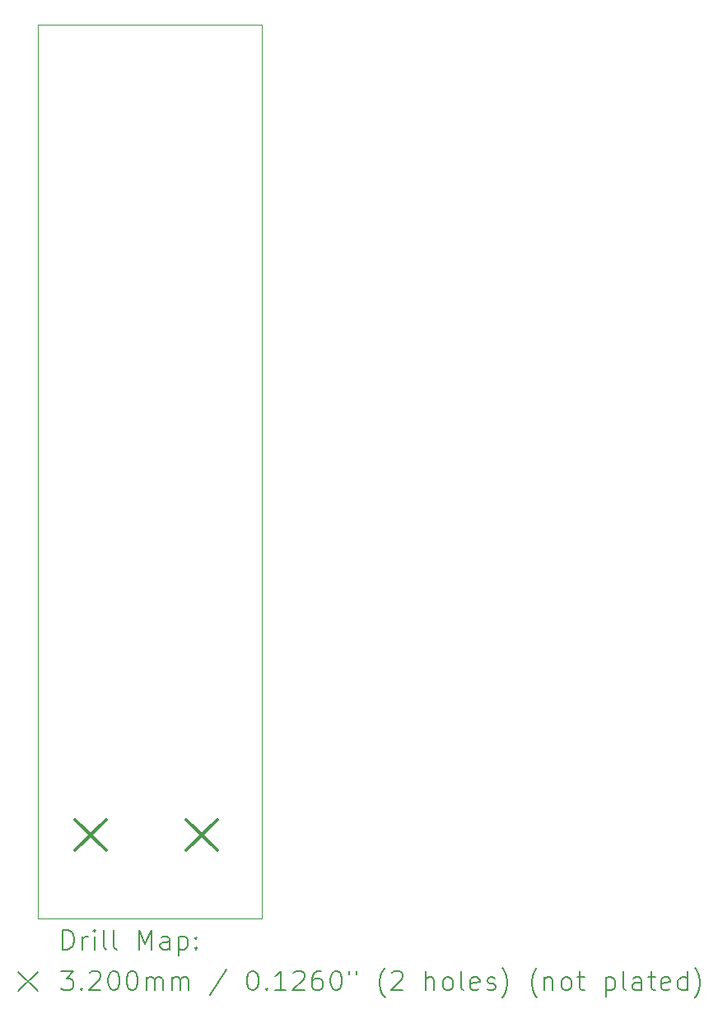
<source format=gbr>
%TF.GenerationSoftware,KiCad,Pcbnew,7.0.6*%
%TF.CreationDate,2023-10-29T14:41:25-05:00*%
%TF.ProjectId,Black Mage Eyes,426c6163-6b20-44d6-9167-652045796573,V01*%
%TF.SameCoordinates,Original*%
%TF.FileFunction,Drillmap*%
%TF.FilePolarity,Positive*%
%FSLAX45Y45*%
G04 Gerber Fmt 4.5, Leading zero omitted, Abs format (unit mm)*
G04 Created by KiCad (PCBNEW 7.0.6) date 2023-10-29 14:41:25*
%MOMM*%
%LPD*%
G01*
G04 APERTURE LIST*
%ADD10C,0.100000*%
%ADD11C,0.200000*%
%ADD12C,0.320000*%
G04 APERTURE END LIST*
D10*
X9977000Y-5000000D02*
X12277000Y-5000000D01*
X12277000Y-14200000D01*
X9977000Y-14200000D01*
X9977000Y-5000000D01*
D11*
D12*
X10357000Y-13179000D02*
X10677000Y-13499000D01*
X10677000Y-13179000D02*
X10357000Y-13499000D01*
X11500000Y-13179000D02*
X11820000Y-13499000D01*
X11820000Y-13179000D02*
X11500000Y-13499000D01*
D11*
X10232777Y-14516484D02*
X10232777Y-14316484D01*
X10232777Y-14316484D02*
X10280396Y-14316484D01*
X10280396Y-14316484D02*
X10308967Y-14326008D01*
X10308967Y-14326008D02*
X10328015Y-14345055D01*
X10328015Y-14345055D02*
X10337539Y-14364103D01*
X10337539Y-14364103D02*
X10347063Y-14402198D01*
X10347063Y-14402198D02*
X10347063Y-14430769D01*
X10347063Y-14430769D02*
X10337539Y-14468865D01*
X10337539Y-14468865D02*
X10328015Y-14487912D01*
X10328015Y-14487912D02*
X10308967Y-14506960D01*
X10308967Y-14506960D02*
X10280396Y-14516484D01*
X10280396Y-14516484D02*
X10232777Y-14516484D01*
X10432777Y-14516484D02*
X10432777Y-14383150D01*
X10432777Y-14421246D02*
X10442301Y-14402198D01*
X10442301Y-14402198D02*
X10451824Y-14392674D01*
X10451824Y-14392674D02*
X10470872Y-14383150D01*
X10470872Y-14383150D02*
X10489920Y-14383150D01*
X10556586Y-14516484D02*
X10556586Y-14383150D01*
X10556586Y-14316484D02*
X10547063Y-14326008D01*
X10547063Y-14326008D02*
X10556586Y-14335531D01*
X10556586Y-14335531D02*
X10566110Y-14326008D01*
X10566110Y-14326008D02*
X10556586Y-14316484D01*
X10556586Y-14316484D02*
X10556586Y-14335531D01*
X10680396Y-14516484D02*
X10661348Y-14506960D01*
X10661348Y-14506960D02*
X10651824Y-14487912D01*
X10651824Y-14487912D02*
X10651824Y-14316484D01*
X10785158Y-14516484D02*
X10766110Y-14506960D01*
X10766110Y-14506960D02*
X10756586Y-14487912D01*
X10756586Y-14487912D02*
X10756586Y-14316484D01*
X11013729Y-14516484D02*
X11013729Y-14316484D01*
X11013729Y-14316484D02*
X11080396Y-14459341D01*
X11080396Y-14459341D02*
X11147063Y-14316484D01*
X11147063Y-14316484D02*
X11147063Y-14516484D01*
X11328015Y-14516484D02*
X11328015Y-14411722D01*
X11328015Y-14411722D02*
X11318491Y-14392674D01*
X11318491Y-14392674D02*
X11299443Y-14383150D01*
X11299443Y-14383150D02*
X11261348Y-14383150D01*
X11261348Y-14383150D02*
X11242301Y-14392674D01*
X11328015Y-14506960D02*
X11308967Y-14516484D01*
X11308967Y-14516484D02*
X11261348Y-14516484D01*
X11261348Y-14516484D02*
X11242301Y-14506960D01*
X11242301Y-14506960D02*
X11232777Y-14487912D01*
X11232777Y-14487912D02*
X11232777Y-14468865D01*
X11232777Y-14468865D02*
X11242301Y-14449817D01*
X11242301Y-14449817D02*
X11261348Y-14440293D01*
X11261348Y-14440293D02*
X11308967Y-14440293D01*
X11308967Y-14440293D02*
X11328015Y-14430769D01*
X11423253Y-14383150D02*
X11423253Y-14583150D01*
X11423253Y-14392674D02*
X11442301Y-14383150D01*
X11442301Y-14383150D02*
X11480396Y-14383150D01*
X11480396Y-14383150D02*
X11499443Y-14392674D01*
X11499443Y-14392674D02*
X11508967Y-14402198D01*
X11508967Y-14402198D02*
X11518491Y-14421246D01*
X11518491Y-14421246D02*
X11518491Y-14478388D01*
X11518491Y-14478388D02*
X11508967Y-14497436D01*
X11508967Y-14497436D02*
X11499443Y-14506960D01*
X11499443Y-14506960D02*
X11480396Y-14516484D01*
X11480396Y-14516484D02*
X11442301Y-14516484D01*
X11442301Y-14516484D02*
X11423253Y-14506960D01*
X11604205Y-14497436D02*
X11613729Y-14506960D01*
X11613729Y-14506960D02*
X11604205Y-14516484D01*
X11604205Y-14516484D02*
X11594682Y-14506960D01*
X11594682Y-14506960D02*
X11604205Y-14497436D01*
X11604205Y-14497436D02*
X11604205Y-14516484D01*
X11604205Y-14392674D02*
X11613729Y-14402198D01*
X11613729Y-14402198D02*
X11604205Y-14411722D01*
X11604205Y-14411722D02*
X11594682Y-14402198D01*
X11594682Y-14402198D02*
X11604205Y-14392674D01*
X11604205Y-14392674D02*
X11604205Y-14411722D01*
X9772000Y-14745000D02*
X9972000Y-14945000D01*
X9972000Y-14745000D02*
X9772000Y-14945000D01*
X10213729Y-14736484D02*
X10337539Y-14736484D01*
X10337539Y-14736484D02*
X10270872Y-14812674D01*
X10270872Y-14812674D02*
X10299444Y-14812674D01*
X10299444Y-14812674D02*
X10318491Y-14822198D01*
X10318491Y-14822198D02*
X10328015Y-14831722D01*
X10328015Y-14831722D02*
X10337539Y-14850769D01*
X10337539Y-14850769D02*
X10337539Y-14898388D01*
X10337539Y-14898388D02*
X10328015Y-14917436D01*
X10328015Y-14917436D02*
X10318491Y-14926960D01*
X10318491Y-14926960D02*
X10299444Y-14936484D01*
X10299444Y-14936484D02*
X10242301Y-14936484D01*
X10242301Y-14936484D02*
X10223253Y-14926960D01*
X10223253Y-14926960D02*
X10213729Y-14917436D01*
X10423253Y-14917436D02*
X10432777Y-14926960D01*
X10432777Y-14926960D02*
X10423253Y-14936484D01*
X10423253Y-14936484D02*
X10413729Y-14926960D01*
X10413729Y-14926960D02*
X10423253Y-14917436D01*
X10423253Y-14917436D02*
X10423253Y-14936484D01*
X10508967Y-14755531D02*
X10518491Y-14746008D01*
X10518491Y-14746008D02*
X10537539Y-14736484D01*
X10537539Y-14736484D02*
X10585158Y-14736484D01*
X10585158Y-14736484D02*
X10604205Y-14746008D01*
X10604205Y-14746008D02*
X10613729Y-14755531D01*
X10613729Y-14755531D02*
X10623253Y-14774579D01*
X10623253Y-14774579D02*
X10623253Y-14793627D01*
X10623253Y-14793627D02*
X10613729Y-14822198D01*
X10613729Y-14822198D02*
X10499444Y-14936484D01*
X10499444Y-14936484D02*
X10623253Y-14936484D01*
X10747063Y-14736484D02*
X10766110Y-14736484D01*
X10766110Y-14736484D02*
X10785158Y-14746008D01*
X10785158Y-14746008D02*
X10794682Y-14755531D01*
X10794682Y-14755531D02*
X10804205Y-14774579D01*
X10804205Y-14774579D02*
X10813729Y-14812674D01*
X10813729Y-14812674D02*
X10813729Y-14860293D01*
X10813729Y-14860293D02*
X10804205Y-14898388D01*
X10804205Y-14898388D02*
X10794682Y-14917436D01*
X10794682Y-14917436D02*
X10785158Y-14926960D01*
X10785158Y-14926960D02*
X10766110Y-14936484D01*
X10766110Y-14936484D02*
X10747063Y-14936484D01*
X10747063Y-14936484D02*
X10728015Y-14926960D01*
X10728015Y-14926960D02*
X10718491Y-14917436D01*
X10718491Y-14917436D02*
X10708967Y-14898388D01*
X10708967Y-14898388D02*
X10699444Y-14860293D01*
X10699444Y-14860293D02*
X10699444Y-14812674D01*
X10699444Y-14812674D02*
X10708967Y-14774579D01*
X10708967Y-14774579D02*
X10718491Y-14755531D01*
X10718491Y-14755531D02*
X10728015Y-14746008D01*
X10728015Y-14746008D02*
X10747063Y-14736484D01*
X10937539Y-14736484D02*
X10956586Y-14736484D01*
X10956586Y-14736484D02*
X10975634Y-14746008D01*
X10975634Y-14746008D02*
X10985158Y-14755531D01*
X10985158Y-14755531D02*
X10994682Y-14774579D01*
X10994682Y-14774579D02*
X11004205Y-14812674D01*
X11004205Y-14812674D02*
X11004205Y-14860293D01*
X11004205Y-14860293D02*
X10994682Y-14898388D01*
X10994682Y-14898388D02*
X10985158Y-14917436D01*
X10985158Y-14917436D02*
X10975634Y-14926960D01*
X10975634Y-14926960D02*
X10956586Y-14936484D01*
X10956586Y-14936484D02*
X10937539Y-14936484D01*
X10937539Y-14936484D02*
X10918491Y-14926960D01*
X10918491Y-14926960D02*
X10908967Y-14917436D01*
X10908967Y-14917436D02*
X10899444Y-14898388D01*
X10899444Y-14898388D02*
X10889920Y-14860293D01*
X10889920Y-14860293D02*
X10889920Y-14812674D01*
X10889920Y-14812674D02*
X10899444Y-14774579D01*
X10899444Y-14774579D02*
X10908967Y-14755531D01*
X10908967Y-14755531D02*
X10918491Y-14746008D01*
X10918491Y-14746008D02*
X10937539Y-14736484D01*
X11089920Y-14936484D02*
X11089920Y-14803150D01*
X11089920Y-14822198D02*
X11099444Y-14812674D01*
X11099444Y-14812674D02*
X11118491Y-14803150D01*
X11118491Y-14803150D02*
X11147063Y-14803150D01*
X11147063Y-14803150D02*
X11166110Y-14812674D01*
X11166110Y-14812674D02*
X11175634Y-14831722D01*
X11175634Y-14831722D02*
X11175634Y-14936484D01*
X11175634Y-14831722D02*
X11185158Y-14812674D01*
X11185158Y-14812674D02*
X11204205Y-14803150D01*
X11204205Y-14803150D02*
X11232777Y-14803150D01*
X11232777Y-14803150D02*
X11251824Y-14812674D01*
X11251824Y-14812674D02*
X11261348Y-14831722D01*
X11261348Y-14831722D02*
X11261348Y-14936484D01*
X11356586Y-14936484D02*
X11356586Y-14803150D01*
X11356586Y-14822198D02*
X11366110Y-14812674D01*
X11366110Y-14812674D02*
X11385158Y-14803150D01*
X11385158Y-14803150D02*
X11413729Y-14803150D01*
X11413729Y-14803150D02*
X11432777Y-14812674D01*
X11432777Y-14812674D02*
X11442301Y-14831722D01*
X11442301Y-14831722D02*
X11442301Y-14936484D01*
X11442301Y-14831722D02*
X11451824Y-14812674D01*
X11451824Y-14812674D02*
X11470872Y-14803150D01*
X11470872Y-14803150D02*
X11499443Y-14803150D01*
X11499443Y-14803150D02*
X11518491Y-14812674D01*
X11518491Y-14812674D02*
X11528015Y-14831722D01*
X11528015Y-14831722D02*
X11528015Y-14936484D01*
X11918491Y-14726960D02*
X11747063Y-14984103D01*
X12175634Y-14736484D02*
X12194682Y-14736484D01*
X12194682Y-14736484D02*
X12213729Y-14746008D01*
X12213729Y-14746008D02*
X12223253Y-14755531D01*
X12223253Y-14755531D02*
X12232777Y-14774579D01*
X12232777Y-14774579D02*
X12242301Y-14812674D01*
X12242301Y-14812674D02*
X12242301Y-14860293D01*
X12242301Y-14860293D02*
X12232777Y-14898388D01*
X12232777Y-14898388D02*
X12223253Y-14917436D01*
X12223253Y-14917436D02*
X12213729Y-14926960D01*
X12213729Y-14926960D02*
X12194682Y-14936484D01*
X12194682Y-14936484D02*
X12175634Y-14936484D01*
X12175634Y-14936484D02*
X12156586Y-14926960D01*
X12156586Y-14926960D02*
X12147063Y-14917436D01*
X12147063Y-14917436D02*
X12137539Y-14898388D01*
X12137539Y-14898388D02*
X12128015Y-14860293D01*
X12128015Y-14860293D02*
X12128015Y-14812674D01*
X12128015Y-14812674D02*
X12137539Y-14774579D01*
X12137539Y-14774579D02*
X12147063Y-14755531D01*
X12147063Y-14755531D02*
X12156586Y-14746008D01*
X12156586Y-14746008D02*
X12175634Y-14736484D01*
X12328015Y-14917436D02*
X12337539Y-14926960D01*
X12337539Y-14926960D02*
X12328015Y-14936484D01*
X12328015Y-14936484D02*
X12318491Y-14926960D01*
X12318491Y-14926960D02*
X12328015Y-14917436D01*
X12328015Y-14917436D02*
X12328015Y-14936484D01*
X12528015Y-14936484D02*
X12413729Y-14936484D01*
X12470872Y-14936484D02*
X12470872Y-14736484D01*
X12470872Y-14736484D02*
X12451825Y-14765055D01*
X12451825Y-14765055D02*
X12432777Y-14784103D01*
X12432777Y-14784103D02*
X12413729Y-14793627D01*
X12604206Y-14755531D02*
X12613729Y-14746008D01*
X12613729Y-14746008D02*
X12632777Y-14736484D01*
X12632777Y-14736484D02*
X12680396Y-14736484D01*
X12680396Y-14736484D02*
X12699444Y-14746008D01*
X12699444Y-14746008D02*
X12708967Y-14755531D01*
X12708967Y-14755531D02*
X12718491Y-14774579D01*
X12718491Y-14774579D02*
X12718491Y-14793627D01*
X12718491Y-14793627D02*
X12708967Y-14822198D01*
X12708967Y-14822198D02*
X12594682Y-14936484D01*
X12594682Y-14936484D02*
X12718491Y-14936484D01*
X12889920Y-14736484D02*
X12851825Y-14736484D01*
X12851825Y-14736484D02*
X12832777Y-14746008D01*
X12832777Y-14746008D02*
X12823253Y-14755531D01*
X12823253Y-14755531D02*
X12804206Y-14784103D01*
X12804206Y-14784103D02*
X12794682Y-14822198D01*
X12794682Y-14822198D02*
X12794682Y-14898388D01*
X12794682Y-14898388D02*
X12804206Y-14917436D01*
X12804206Y-14917436D02*
X12813729Y-14926960D01*
X12813729Y-14926960D02*
X12832777Y-14936484D01*
X12832777Y-14936484D02*
X12870872Y-14936484D01*
X12870872Y-14936484D02*
X12889920Y-14926960D01*
X12889920Y-14926960D02*
X12899444Y-14917436D01*
X12899444Y-14917436D02*
X12908967Y-14898388D01*
X12908967Y-14898388D02*
X12908967Y-14850769D01*
X12908967Y-14850769D02*
X12899444Y-14831722D01*
X12899444Y-14831722D02*
X12889920Y-14822198D01*
X12889920Y-14822198D02*
X12870872Y-14812674D01*
X12870872Y-14812674D02*
X12832777Y-14812674D01*
X12832777Y-14812674D02*
X12813729Y-14822198D01*
X12813729Y-14822198D02*
X12804206Y-14831722D01*
X12804206Y-14831722D02*
X12794682Y-14850769D01*
X13032777Y-14736484D02*
X13051825Y-14736484D01*
X13051825Y-14736484D02*
X13070872Y-14746008D01*
X13070872Y-14746008D02*
X13080396Y-14755531D01*
X13080396Y-14755531D02*
X13089920Y-14774579D01*
X13089920Y-14774579D02*
X13099444Y-14812674D01*
X13099444Y-14812674D02*
X13099444Y-14860293D01*
X13099444Y-14860293D02*
X13089920Y-14898388D01*
X13089920Y-14898388D02*
X13080396Y-14917436D01*
X13080396Y-14917436D02*
X13070872Y-14926960D01*
X13070872Y-14926960D02*
X13051825Y-14936484D01*
X13051825Y-14936484D02*
X13032777Y-14936484D01*
X13032777Y-14936484D02*
X13013729Y-14926960D01*
X13013729Y-14926960D02*
X13004206Y-14917436D01*
X13004206Y-14917436D02*
X12994682Y-14898388D01*
X12994682Y-14898388D02*
X12985158Y-14860293D01*
X12985158Y-14860293D02*
X12985158Y-14812674D01*
X12985158Y-14812674D02*
X12994682Y-14774579D01*
X12994682Y-14774579D02*
X13004206Y-14755531D01*
X13004206Y-14755531D02*
X13013729Y-14746008D01*
X13013729Y-14746008D02*
X13032777Y-14736484D01*
X13175634Y-14736484D02*
X13175634Y-14774579D01*
X13251825Y-14736484D02*
X13251825Y-14774579D01*
X13547063Y-15012674D02*
X13537539Y-15003150D01*
X13537539Y-15003150D02*
X13518491Y-14974579D01*
X13518491Y-14974579D02*
X13508968Y-14955531D01*
X13508968Y-14955531D02*
X13499444Y-14926960D01*
X13499444Y-14926960D02*
X13489920Y-14879341D01*
X13489920Y-14879341D02*
X13489920Y-14841246D01*
X13489920Y-14841246D02*
X13499444Y-14793627D01*
X13499444Y-14793627D02*
X13508968Y-14765055D01*
X13508968Y-14765055D02*
X13518491Y-14746008D01*
X13518491Y-14746008D02*
X13537539Y-14717436D01*
X13537539Y-14717436D02*
X13547063Y-14707912D01*
X13613729Y-14755531D02*
X13623253Y-14746008D01*
X13623253Y-14746008D02*
X13642301Y-14736484D01*
X13642301Y-14736484D02*
X13689920Y-14736484D01*
X13689920Y-14736484D02*
X13708968Y-14746008D01*
X13708968Y-14746008D02*
X13718491Y-14755531D01*
X13718491Y-14755531D02*
X13728015Y-14774579D01*
X13728015Y-14774579D02*
X13728015Y-14793627D01*
X13728015Y-14793627D02*
X13718491Y-14822198D01*
X13718491Y-14822198D02*
X13604206Y-14936484D01*
X13604206Y-14936484D02*
X13728015Y-14936484D01*
X13966110Y-14936484D02*
X13966110Y-14736484D01*
X14051825Y-14936484D02*
X14051825Y-14831722D01*
X14051825Y-14831722D02*
X14042301Y-14812674D01*
X14042301Y-14812674D02*
X14023253Y-14803150D01*
X14023253Y-14803150D02*
X13994682Y-14803150D01*
X13994682Y-14803150D02*
X13975634Y-14812674D01*
X13975634Y-14812674D02*
X13966110Y-14822198D01*
X14175634Y-14936484D02*
X14156587Y-14926960D01*
X14156587Y-14926960D02*
X14147063Y-14917436D01*
X14147063Y-14917436D02*
X14137539Y-14898388D01*
X14137539Y-14898388D02*
X14137539Y-14841246D01*
X14137539Y-14841246D02*
X14147063Y-14822198D01*
X14147063Y-14822198D02*
X14156587Y-14812674D01*
X14156587Y-14812674D02*
X14175634Y-14803150D01*
X14175634Y-14803150D02*
X14204206Y-14803150D01*
X14204206Y-14803150D02*
X14223253Y-14812674D01*
X14223253Y-14812674D02*
X14232777Y-14822198D01*
X14232777Y-14822198D02*
X14242301Y-14841246D01*
X14242301Y-14841246D02*
X14242301Y-14898388D01*
X14242301Y-14898388D02*
X14232777Y-14917436D01*
X14232777Y-14917436D02*
X14223253Y-14926960D01*
X14223253Y-14926960D02*
X14204206Y-14936484D01*
X14204206Y-14936484D02*
X14175634Y-14936484D01*
X14356587Y-14936484D02*
X14337539Y-14926960D01*
X14337539Y-14926960D02*
X14328015Y-14907912D01*
X14328015Y-14907912D02*
X14328015Y-14736484D01*
X14508968Y-14926960D02*
X14489920Y-14936484D01*
X14489920Y-14936484D02*
X14451825Y-14936484D01*
X14451825Y-14936484D02*
X14432777Y-14926960D01*
X14432777Y-14926960D02*
X14423253Y-14907912D01*
X14423253Y-14907912D02*
X14423253Y-14831722D01*
X14423253Y-14831722D02*
X14432777Y-14812674D01*
X14432777Y-14812674D02*
X14451825Y-14803150D01*
X14451825Y-14803150D02*
X14489920Y-14803150D01*
X14489920Y-14803150D02*
X14508968Y-14812674D01*
X14508968Y-14812674D02*
X14518491Y-14831722D01*
X14518491Y-14831722D02*
X14518491Y-14850769D01*
X14518491Y-14850769D02*
X14423253Y-14869817D01*
X14594682Y-14926960D02*
X14613730Y-14936484D01*
X14613730Y-14936484D02*
X14651825Y-14936484D01*
X14651825Y-14936484D02*
X14670872Y-14926960D01*
X14670872Y-14926960D02*
X14680396Y-14907912D01*
X14680396Y-14907912D02*
X14680396Y-14898388D01*
X14680396Y-14898388D02*
X14670872Y-14879341D01*
X14670872Y-14879341D02*
X14651825Y-14869817D01*
X14651825Y-14869817D02*
X14623253Y-14869817D01*
X14623253Y-14869817D02*
X14604206Y-14860293D01*
X14604206Y-14860293D02*
X14594682Y-14841246D01*
X14594682Y-14841246D02*
X14594682Y-14831722D01*
X14594682Y-14831722D02*
X14604206Y-14812674D01*
X14604206Y-14812674D02*
X14623253Y-14803150D01*
X14623253Y-14803150D02*
X14651825Y-14803150D01*
X14651825Y-14803150D02*
X14670872Y-14812674D01*
X14747063Y-15012674D02*
X14756587Y-15003150D01*
X14756587Y-15003150D02*
X14775634Y-14974579D01*
X14775634Y-14974579D02*
X14785158Y-14955531D01*
X14785158Y-14955531D02*
X14794682Y-14926960D01*
X14794682Y-14926960D02*
X14804206Y-14879341D01*
X14804206Y-14879341D02*
X14804206Y-14841246D01*
X14804206Y-14841246D02*
X14794682Y-14793627D01*
X14794682Y-14793627D02*
X14785158Y-14765055D01*
X14785158Y-14765055D02*
X14775634Y-14746008D01*
X14775634Y-14746008D02*
X14756587Y-14717436D01*
X14756587Y-14717436D02*
X14747063Y-14707912D01*
X15108968Y-15012674D02*
X15099444Y-15003150D01*
X15099444Y-15003150D02*
X15080396Y-14974579D01*
X15080396Y-14974579D02*
X15070872Y-14955531D01*
X15070872Y-14955531D02*
X15061349Y-14926960D01*
X15061349Y-14926960D02*
X15051825Y-14879341D01*
X15051825Y-14879341D02*
X15051825Y-14841246D01*
X15051825Y-14841246D02*
X15061349Y-14793627D01*
X15061349Y-14793627D02*
X15070872Y-14765055D01*
X15070872Y-14765055D02*
X15080396Y-14746008D01*
X15080396Y-14746008D02*
X15099444Y-14717436D01*
X15099444Y-14717436D02*
X15108968Y-14707912D01*
X15185158Y-14803150D02*
X15185158Y-14936484D01*
X15185158Y-14822198D02*
X15194682Y-14812674D01*
X15194682Y-14812674D02*
X15213730Y-14803150D01*
X15213730Y-14803150D02*
X15242301Y-14803150D01*
X15242301Y-14803150D02*
X15261349Y-14812674D01*
X15261349Y-14812674D02*
X15270872Y-14831722D01*
X15270872Y-14831722D02*
X15270872Y-14936484D01*
X15394682Y-14936484D02*
X15375634Y-14926960D01*
X15375634Y-14926960D02*
X15366111Y-14917436D01*
X15366111Y-14917436D02*
X15356587Y-14898388D01*
X15356587Y-14898388D02*
X15356587Y-14841246D01*
X15356587Y-14841246D02*
X15366111Y-14822198D01*
X15366111Y-14822198D02*
X15375634Y-14812674D01*
X15375634Y-14812674D02*
X15394682Y-14803150D01*
X15394682Y-14803150D02*
X15423253Y-14803150D01*
X15423253Y-14803150D02*
X15442301Y-14812674D01*
X15442301Y-14812674D02*
X15451825Y-14822198D01*
X15451825Y-14822198D02*
X15461349Y-14841246D01*
X15461349Y-14841246D02*
X15461349Y-14898388D01*
X15461349Y-14898388D02*
X15451825Y-14917436D01*
X15451825Y-14917436D02*
X15442301Y-14926960D01*
X15442301Y-14926960D02*
X15423253Y-14936484D01*
X15423253Y-14936484D02*
X15394682Y-14936484D01*
X15518492Y-14803150D02*
X15594682Y-14803150D01*
X15547063Y-14736484D02*
X15547063Y-14907912D01*
X15547063Y-14907912D02*
X15556587Y-14926960D01*
X15556587Y-14926960D02*
X15575634Y-14936484D01*
X15575634Y-14936484D02*
X15594682Y-14936484D01*
X15813730Y-14803150D02*
X15813730Y-15003150D01*
X15813730Y-14812674D02*
X15832777Y-14803150D01*
X15832777Y-14803150D02*
X15870873Y-14803150D01*
X15870873Y-14803150D02*
X15889920Y-14812674D01*
X15889920Y-14812674D02*
X15899444Y-14822198D01*
X15899444Y-14822198D02*
X15908968Y-14841246D01*
X15908968Y-14841246D02*
X15908968Y-14898388D01*
X15908968Y-14898388D02*
X15899444Y-14917436D01*
X15899444Y-14917436D02*
X15889920Y-14926960D01*
X15889920Y-14926960D02*
X15870873Y-14936484D01*
X15870873Y-14936484D02*
X15832777Y-14936484D01*
X15832777Y-14936484D02*
X15813730Y-14926960D01*
X16023253Y-14936484D02*
X16004206Y-14926960D01*
X16004206Y-14926960D02*
X15994682Y-14907912D01*
X15994682Y-14907912D02*
X15994682Y-14736484D01*
X16185158Y-14936484D02*
X16185158Y-14831722D01*
X16185158Y-14831722D02*
X16175634Y-14812674D01*
X16175634Y-14812674D02*
X16156587Y-14803150D01*
X16156587Y-14803150D02*
X16118492Y-14803150D01*
X16118492Y-14803150D02*
X16099444Y-14812674D01*
X16185158Y-14926960D02*
X16166111Y-14936484D01*
X16166111Y-14936484D02*
X16118492Y-14936484D01*
X16118492Y-14936484D02*
X16099444Y-14926960D01*
X16099444Y-14926960D02*
X16089920Y-14907912D01*
X16089920Y-14907912D02*
X16089920Y-14888865D01*
X16089920Y-14888865D02*
X16099444Y-14869817D01*
X16099444Y-14869817D02*
X16118492Y-14860293D01*
X16118492Y-14860293D02*
X16166111Y-14860293D01*
X16166111Y-14860293D02*
X16185158Y-14850769D01*
X16251825Y-14803150D02*
X16328015Y-14803150D01*
X16280396Y-14736484D02*
X16280396Y-14907912D01*
X16280396Y-14907912D02*
X16289920Y-14926960D01*
X16289920Y-14926960D02*
X16308968Y-14936484D01*
X16308968Y-14936484D02*
X16328015Y-14936484D01*
X16470873Y-14926960D02*
X16451825Y-14936484D01*
X16451825Y-14936484D02*
X16413730Y-14936484D01*
X16413730Y-14936484D02*
X16394682Y-14926960D01*
X16394682Y-14926960D02*
X16385158Y-14907912D01*
X16385158Y-14907912D02*
X16385158Y-14831722D01*
X16385158Y-14831722D02*
X16394682Y-14812674D01*
X16394682Y-14812674D02*
X16413730Y-14803150D01*
X16413730Y-14803150D02*
X16451825Y-14803150D01*
X16451825Y-14803150D02*
X16470873Y-14812674D01*
X16470873Y-14812674D02*
X16480396Y-14831722D01*
X16480396Y-14831722D02*
X16480396Y-14850769D01*
X16480396Y-14850769D02*
X16385158Y-14869817D01*
X16651825Y-14936484D02*
X16651825Y-14736484D01*
X16651825Y-14926960D02*
X16632777Y-14936484D01*
X16632777Y-14936484D02*
X16594682Y-14936484D01*
X16594682Y-14936484D02*
X16575634Y-14926960D01*
X16575634Y-14926960D02*
X16566111Y-14917436D01*
X16566111Y-14917436D02*
X16556587Y-14898388D01*
X16556587Y-14898388D02*
X16556587Y-14841246D01*
X16556587Y-14841246D02*
X16566111Y-14822198D01*
X16566111Y-14822198D02*
X16575634Y-14812674D01*
X16575634Y-14812674D02*
X16594682Y-14803150D01*
X16594682Y-14803150D02*
X16632777Y-14803150D01*
X16632777Y-14803150D02*
X16651825Y-14812674D01*
X16728015Y-15012674D02*
X16737539Y-15003150D01*
X16737539Y-15003150D02*
X16756587Y-14974579D01*
X16756587Y-14974579D02*
X16766111Y-14955531D01*
X16766111Y-14955531D02*
X16775634Y-14926960D01*
X16775634Y-14926960D02*
X16785158Y-14879341D01*
X16785158Y-14879341D02*
X16785158Y-14841246D01*
X16785158Y-14841246D02*
X16775634Y-14793627D01*
X16775634Y-14793627D02*
X16766111Y-14765055D01*
X16766111Y-14765055D02*
X16756587Y-14746008D01*
X16756587Y-14746008D02*
X16737539Y-14717436D01*
X16737539Y-14717436D02*
X16728015Y-14707912D01*
M02*

</source>
